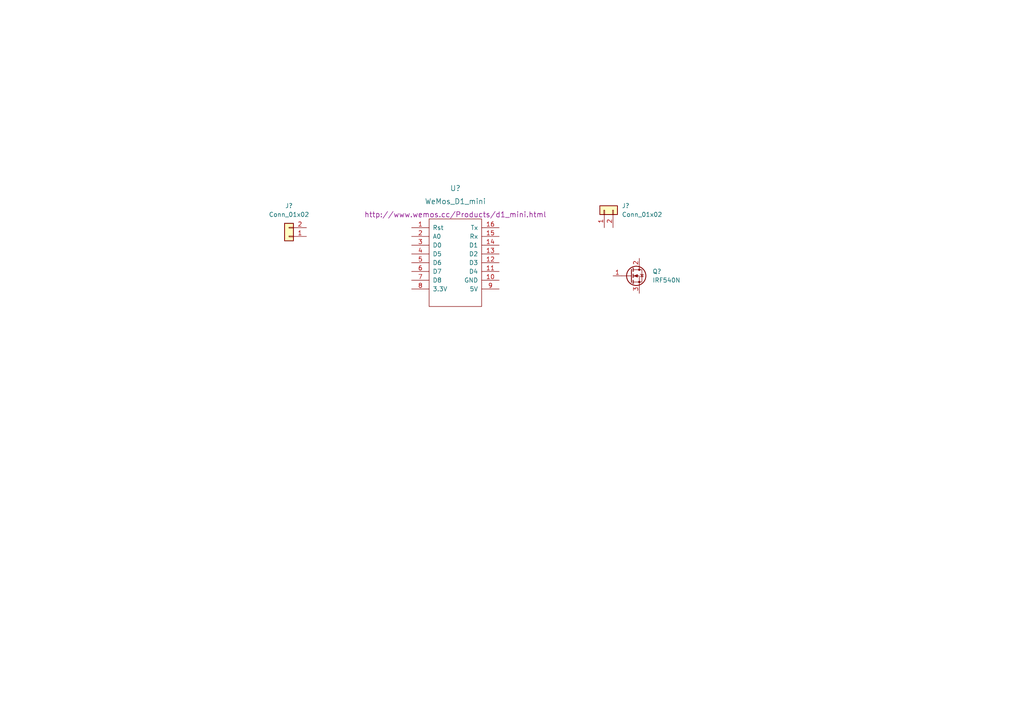
<source format=kicad_sch>
(kicad_sch (version 20211123) (generator eeschema)
  (paper "A4")
  (lib_symbols
    (symbol "Connector_Generic:Conn_01x02" (pin_names (offset 1.016) hide)
      (property "Reference" "J" (at 0 2.54 0))
      (property "Value" "Conn_01x02" (at 0 -5.08 0))
      (symbol "Conn_01x02_1_1"
        (rectangle (start -1.27 -2.413) (end 0 -2.667) (stroke (width 0.1524)))
        (rectangle (start -1.27 0.127) (end 0 -0.127) (stroke (width 0.1524)))
        (rectangle (start -1.27 1.27) (end 1.27 -3.81) (stroke (width 0.254)) (fill (type background)))
        (pin passive line (at -5.08 0 0) (length 3.81) (name "Pin_1") (number "1"))
        (pin passive line (at -5.08 -2.54 0) (length 3.81) (name "Pin_2") (number "2"))
      )
    )
    (symbol "Creadas:WeMos_D1_mini" (pin_names (offset 1.016))
      (property "Reference" "U" (at 0 12.7 0))
      (property "Value" "WeMos_D1_mini" (at 0 -12.7 0))
      (property "Datasheet" "http://www.wemos.cc/Products/d1_mini.html" (at 13.97 -17.78 0))
      (symbol "WeMos_D1_mini_0_1"
        (rectangle (start -7.62 11.43) (end 7.62 -13.97))
      )
      (symbol "WeMos_D1_mini_1_1"
        (pin bidirectional line (at -12.7 8.89 0) (length 5.08) (name "Rst") (number "1"))
        (pin power_in line (at 12.7 -6.35 180) (length 5.08) (name "GND") (number "10"))
        (pin bidirectional line (at 12.7 -3.81 180) (length 5.08) (name "D4") (number "11"))
        (pin bidirectional line (at 12.7 -1.27 180) (length 5.08) (name "D3") (number "12"))
        (pin bidirectional line (at 12.7 1.27 180) (length 5.08) (name "D2") (number "13"))
        (pin bidirectional line (at 12.7 3.81 180) (length 5.08) (name "D1") (number "14"))
        (pin bidirectional line (at 12.7 6.35 180) (length 5.08) (name "Rx") (number "15"))
        (pin bidirectional line (at 12.7 8.89 180) (length 5.08) (name "Tx") (number "16"))
        (pin bidirectional line (at -12.7 6.35 0) (length 5.08) (name "A0") (number "2"))
        (pin bidirectional line (at -12.7 3.81 0) (length 5.08) (name "D0") (number "3"))
        (pin bidirectional line (at -12.7 1.27 0) (length 5.08) (name "D5") (number "4"))
        (pin bidirectional line (at -12.7 -1.27 0) (length 5.08) (name "D6") (number "5"))
        (pin bidirectional line (at -12.7 -3.81 0) (length 5.08) (name "D7") (number "6"))
        (pin bidirectional line (at -12.7 -6.35 0) (length 5.08) (name "D8") (number "7"))
        (pin power_out line (at -12.7 -8.89 0) (length 5.08) (name "3.3V") (number "8"))
        (pin power_in line (at 12.7 -8.89 180) (length 5.08) (name "5V") (number "9"))
      )
    )
    (symbol "Transistor_FET:IRF540N" (pin_names hide)
      (property "Reference" "Q" (at 6.35 1.905 0))
      (property "Value" "IRF540N" (at 6.35 0 0))
      (symbol "IRF540N_0_1"
        (polyline (pts (xy 0.254 0) (xy -2.54 0)))
        (polyline (pts (xy 0.254 1.905) (xy 0.254 -1.905)) (stroke (width 0.254)))
        (polyline (pts (xy 0.762 -1.27) (xy 0.762 -2.286)) (stroke (width 0.254)))
        (polyline (pts (xy 0.762 0.508) (xy 0.762 -0.508)) (stroke (width 0.254)))
        (polyline (pts (xy 0.762 2.286) (xy 0.762 1.27)) (stroke (width 0.254)))
        (polyline (pts (xy 2.54 2.54) (xy 2.54 1.778)))
        (polyline (pts (xy 2.54 -2.54) (xy 2.54 0) (xy 0.762 0)))
        (polyline (pts (xy 0.762 -1.778) (xy 3.302 -1.778) (xy 3.302 1.778) (xy 0.762 1.778)))
        (polyline (pts (xy 1.016 0) (xy 2.032 0.381) (xy 2.032 -0.381) (xy 1.016 0)) (fill (type outline)))
        (polyline (pts (xy 2.794 0.508) (xy 2.921 0.381) (xy 3.683 0.381) (xy 3.81 0.254)))
        (polyline (pts (xy 3.302 0.381) (xy 2.921 -0.254) (xy 3.683 -0.254) (xy 3.302 0.381)))
        (circle (center 1.651 0) (radius 2.794) (stroke (width 0.254)))
        (circle (center 2.54 -1.778) (radius 0.254) (fill (type outline)))
        (circle (center 2.54 1.778) (radius 0.254) (fill (type outline)))
      )
      (symbol "IRF540N_1_1"
        (pin input line (at -5.08 0 0) (length 2.54) (name "G") (number "1"))
        (pin passive line (at 2.54 5.08 270) (length 2.54) (name "D") (number "2"))
        (pin passive line (at 2.54 -5.08 90) (length 2.54) (name "S") (number "3"))
      )
    )
  )
  (symbol (lib_id "Connector_Generic:Conn_01x02") (at 175.26 60.96 90) (unit 1)
    (property "Reference" "J?" (at 180.34 59.6899 90) (effects (justify right)))
    (property "Value" "Conn_01x02" (at 180.34 62.2299 90) (effects (justify right)))
  )
  (symbol (lib_id "Creadas:WeMos_D1_mini") (at 132.08 74.93 0) (unit 1)
    (property "Reference" "U?" (at 132.08 54.61 0) (effects (font (size 1.524 1.524))))
    (property "Value" "WeMos_D1_mini" (at 132.08 58.42 0) (effects (font (size 1.524 1.524))))
    (property "Datasheet" "http://www.wemos.cc/Products/d1_mini.html" (at 132.08 62.23 0) (effects (font (size 1.524 1.524))))
  )
  (symbol (lib_id "Connector_Generic:Conn_01x02") (at 83.82 68.58 180) (unit 1)
    (property "Reference" "J?" (at 83.82 59.69 0))
    (property "Value" "Conn_01x02" (at 83.82 62.23 0))
  )
  (symbol (lib_id "Transistor_FET:IRF540N") (at 182.88 80.01 0) (unit 1)
    (property "Reference" "Q?" (at 189.23 78.7399 0) (effects (justify left)))
    (property "Value" "IRF540N" (at 189.23 81.2799 0) (effects (justify left)))
    (property "Footprint" "Package_TO_SOT_THT:TO-220-3_Vertical" (effects hide))
    (property "Datasheet" "http://www.irf.com/product-info/datasheets/data/irf540n.pdf" (effects hide))
  )
)
</source>
